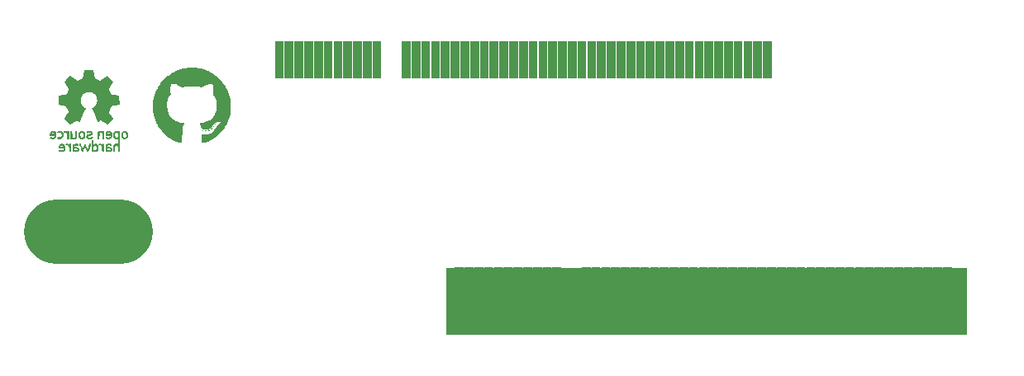
<source format=gbs>
G04 Layer: BottomSolderMaskLayer*
G04 EasyEDA v6.4.25, 2021-10-11T08:22:16+08:00*
G04 810a2c9a40b449618898816b7f75cef1,119f753a6ce64b8d841f2ad33262ab0c,10*
G04 Gerber Generator version 0.2*
G04 Scale: 100 percent, Rotated: No, Reflected: No *
G04 Dimensions in millimeters *
G04 leading zeros omitted , absolute positions ,4 integer and 5 decimal *
%FSLAX45Y45*%
%MOMM*%

%ADD16C,6.6032*%

%LPD*%
G36*
X8691778Y-12747193D02*
G01*
X8681110Y-12747345D01*
X8673338Y-12747701D01*
X8667953Y-12748310D01*
X8664397Y-12749276D01*
X8662314Y-12750749D01*
X8661146Y-12752730D01*
X8659926Y-12757708D01*
X8645753Y-12832435D01*
X8587943Y-12856565D01*
X8516772Y-12807797D01*
X8493506Y-12829540D01*
X8476386Y-12846456D01*
X8469172Y-12853974D01*
X8454237Y-12870535D01*
X8501888Y-12940334D01*
X8485784Y-12976910D01*
X8478012Y-12992811D01*
X8475878Y-12996265D01*
X8474456Y-12997129D01*
X8467445Y-12999567D01*
X8456066Y-13002514D01*
X8441639Y-13005663D01*
X8394801Y-13014452D01*
X8392769Y-13102590D01*
X8433460Y-13110108D01*
X8457692Y-13115188D01*
X8467547Y-13117880D01*
X8469376Y-13118998D01*
X8471408Y-13121030D01*
X8473643Y-13123926D01*
X8476030Y-13127583D01*
X8481161Y-13137235D01*
X8486648Y-13149681D01*
X8494979Y-13170763D01*
X8497519Y-13177672D01*
X8498484Y-13180872D01*
X8496706Y-13184327D01*
X8491880Y-13192201D01*
X8476030Y-13216331D01*
X8453577Y-13249503D01*
X8516010Y-13311987D01*
X8553704Y-13285063D01*
X8565388Y-13277088D01*
X8574786Y-13271042D01*
X8580780Y-13267639D01*
X8582101Y-13267182D01*
X8584387Y-13267740D01*
X8588044Y-13269315D01*
X8592566Y-13271601D01*
X8606536Y-13279628D01*
X8612073Y-13281050D01*
X8615883Y-13278459D01*
X8619845Y-13271652D01*
X8626246Y-13257377D01*
X8636812Y-13232130D01*
X8660739Y-13172897D01*
X8671560Y-13144449D01*
X8672169Y-13142010D01*
X8654237Y-13127990D01*
X8649004Y-13123519D01*
X8644178Y-13118846D01*
X8639860Y-13113969D01*
X8635949Y-13108889D01*
X8632545Y-13103555D01*
X8629599Y-13098068D01*
X8627059Y-13092328D01*
X8625027Y-13086435D01*
X8623401Y-13080288D01*
X8622284Y-13073938D01*
X8621572Y-13067385D01*
X8621369Y-13060578D01*
X8621572Y-13054330D01*
X8622080Y-13048234D01*
X8622944Y-13042341D01*
X8624163Y-13036600D01*
X8625687Y-13031114D01*
X8627567Y-13025780D01*
X8629700Y-13020649D01*
X8632190Y-13015772D01*
X8634933Y-13011150D01*
X8637981Y-13006730D01*
X8641283Y-13002564D01*
X8644890Y-12998653D01*
X8648700Y-12994995D01*
X8652814Y-12991592D01*
X8657132Y-12988544D01*
X8661704Y-12985699D01*
X8666530Y-12983210D01*
X8671509Y-12981025D01*
X8676741Y-12979146D01*
X8682177Y-12977571D01*
X8687816Y-12976352D01*
X8693607Y-12975437D01*
X8699601Y-12974929D01*
X8705748Y-12974726D01*
X8711895Y-12974929D01*
X8717838Y-12975437D01*
X8723680Y-12976352D01*
X8729268Y-12977571D01*
X8734704Y-12979146D01*
X8739936Y-12981025D01*
X8744966Y-12983210D01*
X8749741Y-12985699D01*
X8754313Y-12988544D01*
X8758682Y-12991592D01*
X8762746Y-12994995D01*
X8766606Y-12998653D01*
X8770162Y-13002564D01*
X8773515Y-13006730D01*
X8776563Y-13011150D01*
X8779306Y-13015772D01*
X8781745Y-13020649D01*
X8783929Y-13025780D01*
X8785758Y-13031114D01*
X8787282Y-13036600D01*
X8788501Y-13042341D01*
X8789365Y-13048234D01*
X8789924Y-13054330D01*
X8790076Y-13060578D01*
X8789924Y-13066674D01*
X8789365Y-13072567D01*
X8788450Y-13078256D01*
X8787180Y-13083794D01*
X8785504Y-13089178D01*
X8783421Y-13094462D01*
X8780932Y-13099592D01*
X8778036Y-13104621D01*
X8774684Y-13109498D01*
X8770924Y-13114375D01*
X8766708Y-13119150D01*
X8762085Y-13123875D01*
X8756954Y-13128548D01*
X8751366Y-13133222D01*
X8745321Y-13137845D01*
X8738768Y-13142518D01*
X8738768Y-13144296D01*
X8739936Y-13148310D01*
X8742070Y-13154050D01*
X8758326Y-13192404D01*
X8785910Y-13259562D01*
X8790889Y-13270026D01*
X8793073Y-13273684D01*
X8795054Y-13276427D01*
X8797036Y-13278307D01*
X8798966Y-13279424D01*
X8800998Y-13279831D01*
X8803132Y-13279678D01*
X8805468Y-13278916D01*
X8811006Y-13276173D01*
X8829446Y-13265810D01*
X8895689Y-13311682D01*
X8957716Y-13249706D01*
X8930894Y-13210133D01*
X8922867Y-13197941D01*
X8916822Y-13188340D01*
X8913469Y-13182447D01*
X8913012Y-13181228D01*
X8913926Y-13177926D01*
X8920226Y-13161111D01*
X8927592Y-13143128D01*
X8932926Y-13132054D01*
X8937802Y-13123926D01*
X8940038Y-13121030D01*
X8942070Y-13118998D01*
X8943898Y-13117880D01*
X8949385Y-13116255D01*
X8971280Y-13111429D01*
X9018676Y-13102590D01*
X9016644Y-13014452D01*
X8969806Y-13005663D01*
X8955379Y-13002514D01*
X8943949Y-12999567D01*
X8936837Y-12997129D01*
X8935364Y-12996265D01*
X8933180Y-12992811D01*
X8929624Y-12986004D01*
X8920581Y-12966395D01*
X8909202Y-12940080D01*
X8957259Y-12869672D01*
X8895130Y-12807543D01*
X8823502Y-12856565D01*
X8765743Y-12832384D01*
X8751366Y-12757708D01*
X8750198Y-12752730D01*
X8749080Y-12750749D01*
X8746998Y-12749276D01*
X8743543Y-12748310D01*
X8738158Y-12747701D01*
X8730386Y-12747345D01*
G37*
G36*
X8911285Y-13372033D02*
G01*
X8906408Y-13372185D01*
X8901734Y-13372998D01*
X8897213Y-13374471D01*
X8892946Y-13376656D01*
X8889034Y-13379450D01*
X8885529Y-13382802D01*
X8882532Y-13386765D01*
X8880043Y-13391235D01*
X8878214Y-13396264D01*
X8877413Y-13400024D01*
X8895486Y-13400024D01*
X8899194Y-13395198D01*
X8905290Y-13391642D01*
X8912453Y-13391083D01*
X8919159Y-13393267D01*
X8923934Y-13398093D01*
X8925661Y-13402106D01*
X8924747Y-13404291D01*
X8920276Y-13405154D01*
X8911336Y-13405357D01*
X8901226Y-13404850D01*
X8896045Y-13403173D01*
X8895486Y-13400024D01*
X8877413Y-13400024D01*
X8877046Y-13401751D01*
X8876639Y-13407694D01*
X8876639Y-13423544D01*
X8910878Y-13423646D01*
X8917635Y-13424103D01*
X8922512Y-13424865D01*
X8925560Y-13426033D01*
X8926880Y-13427710D01*
X8926576Y-13429945D01*
X8924747Y-13432790D01*
X8921546Y-13436346D01*
X8916720Y-13439546D01*
X8910777Y-13440663D01*
X8903512Y-13439698D01*
X8894724Y-13436650D01*
X8891981Y-13436142D01*
X8888679Y-13436549D01*
X8885224Y-13437717D01*
X8881973Y-13439597D01*
X8877960Y-13442746D01*
X8876639Y-13444982D01*
X8878011Y-13447217D01*
X8882075Y-13450569D01*
X8886037Y-13453313D01*
X8890101Y-13455599D01*
X8894368Y-13457275D01*
X8898737Y-13458494D01*
X8903360Y-13459206D01*
X8908186Y-13459409D01*
X8913266Y-13459104D01*
X8918651Y-13458291D01*
X8924848Y-13456462D01*
X8930284Y-13453516D01*
X8934907Y-13449401D01*
X8938717Y-13444219D01*
X8941765Y-13438022D01*
X8943949Y-13430757D01*
X8945270Y-13422477D01*
X8945727Y-13413282D01*
X8945321Y-13402868D01*
X8943848Y-13395451D01*
X8940596Y-13389457D01*
X8935110Y-13383260D01*
X8930640Y-13379348D01*
X8925966Y-13376300D01*
X8921089Y-13374116D01*
X8916212Y-13372693D01*
G37*
G36*
X8632342Y-13372287D02*
G01*
X8625890Y-13372998D01*
X8619744Y-13374928D01*
X8614105Y-13377976D01*
X8609177Y-13382244D01*
X8604554Y-13388136D01*
X8601862Y-13394537D01*
X8600592Y-13403427D01*
X8600391Y-13412012D01*
X8617966Y-13412012D01*
X8618169Y-13406983D01*
X8618982Y-13402360D01*
X8620556Y-13398347D01*
X8622842Y-13395198D01*
X8627465Y-13391845D01*
X8632240Y-13390524D01*
X8637016Y-13391134D01*
X8641435Y-13393419D01*
X8645347Y-13397230D01*
X8648446Y-13402360D01*
X8650478Y-13408660D01*
X8651189Y-13415975D01*
X8649766Y-13425678D01*
X8645906Y-13433856D01*
X8640368Y-13439597D01*
X8633866Y-13441730D01*
X8630666Y-13441019D01*
X8627719Y-13439038D01*
X8625078Y-13435939D01*
X8622741Y-13432028D01*
X8620810Y-13427456D01*
X8619337Y-13422477D01*
X8618372Y-13417245D01*
X8617966Y-13412012D01*
X8600391Y-13412012D01*
X8600338Y-13424204D01*
X8600541Y-13430250D01*
X8601049Y-13435025D01*
X8601964Y-13438835D01*
X8603335Y-13441934D01*
X8605316Y-13444728D01*
X8607958Y-13447471D01*
X8611463Y-13450519D01*
X8617051Y-13454532D01*
X8622842Y-13457428D01*
X8628735Y-13459206D01*
X8634679Y-13459815D01*
X8640622Y-13459358D01*
X8646414Y-13457732D01*
X8652002Y-13454989D01*
X8657336Y-13451128D01*
X8660485Y-13448284D01*
X8662924Y-13445642D01*
X8664702Y-13442899D01*
X8665972Y-13439698D01*
X8666784Y-13435736D01*
X8667292Y-13430757D01*
X8667546Y-13416280D01*
X8667292Y-13401801D01*
X8666784Y-13396823D01*
X8665972Y-13392861D01*
X8664702Y-13389660D01*
X8662924Y-13386866D01*
X8660485Y-13384225D01*
X8657336Y-13381431D01*
X8651595Y-13377316D01*
X8645398Y-13374471D01*
X8638895Y-13372795D01*
G37*
G36*
X9073540Y-13372388D02*
G01*
X9066987Y-13372896D01*
X9060586Y-13374522D01*
X9054490Y-13377265D01*
X9049004Y-13381126D01*
X9045549Y-13384682D01*
X9042704Y-13388898D01*
X9040418Y-13393674D01*
X9038691Y-13398906D01*
X9037472Y-13404443D01*
X9036812Y-13410184D01*
X9036684Y-13416432D01*
X9054846Y-13416432D01*
X9055252Y-13410387D01*
X9056471Y-13404697D01*
X9058300Y-13399871D01*
X9060535Y-13396518D01*
X9065717Y-13392404D01*
X9070644Y-13390422D01*
X9075216Y-13390422D01*
X9079280Y-13392302D01*
X9082684Y-13396010D01*
X9085275Y-13401446D01*
X9086951Y-13408406D01*
X9087561Y-13416889D01*
X9087205Y-13425576D01*
X9086037Y-13431519D01*
X9083751Y-13435482D01*
X9080042Y-13438225D01*
X9075369Y-13439952D01*
X9070797Y-13440105D01*
X9066530Y-13438936D01*
X9062720Y-13436447D01*
X9059468Y-13432840D01*
X9056979Y-13428218D01*
X9055404Y-13422731D01*
X9054846Y-13416432D01*
X9036684Y-13416432D01*
X9037066Y-13421969D01*
X9037929Y-13427760D01*
X9039301Y-13433348D01*
X9041130Y-13438581D01*
X9043416Y-13443457D01*
X9046159Y-13447725D01*
X9049359Y-13451433D01*
X9053017Y-13454329D01*
X9057030Y-13456412D01*
X9062466Y-13458240D01*
X9067596Y-13459307D01*
X9072372Y-13459663D01*
X9076994Y-13459358D01*
X9081465Y-13458240D01*
X9085783Y-13456412D01*
X9090152Y-13453821D01*
X9094571Y-13450519D01*
X9098026Y-13447420D01*
X9100718Y-13444677D01*
X9102699Y-13441883D01*
X9104071Y-13438733D01*
X9104985Y-13434872D01*
X9105442Y-13429996D01*
X9105747Y-13415772D01*
X9105442Y-13402259D01*
X9104172Y-13393318D01*
X9101480Y-13387069D01*
X9096806Y-13381583D01*
X9091879Y-13377621D01*
X9086189Y-13374725D01*
X9079992Y-13372998D01*
G37*
G36*
X8989720Y-13372490D02*
G01*
X8983929Y-13372642D01*
X8978138Y-13373557D01*
X8972600Y-13375233D01*
X8967825Y-13377570D01*
X8964066Y-13380618D01*
X8960358Y-13385698D01*
X8958072Y-13392200D01*
X8956954Y-13401548D01*
X8956659Y-13416889D01*
X8974836Y-13416889D01*
X8975191Y-13409777D01*
X8976106Y-13403376D01*
X8977477Y-13398246D01*
X8979204Y-13395198D01*
X8981338Y-13393470D01*
X8983980Y-13392099D01*
X8986774Y-13391184D01*
X8989364Y-13390829D01*
X8995867Y-13392353D01*
X9000388Y-13397128D01*
X9003030Y-13405205D01*
X9003893Y-13416889D01*
X9003588Y-13425474D01*
X9002420Y-13431418D01*
X9000185Y-13435380D01*
X8996629Y-13438073D01*
X8991904Y-13440054D01*
X8987637Y-13440562D01*
X8983929Y-13439749D01*
X8980779Y-13437616D01*
X8978239Y-13434263D01*
X8976360Y-13429640D01*
X8975242Y-13423798D01*
X8974836Y-13416889D01*
X8956659Y-13416889D01*
X8956954Y-13429843D01*
X8957411Y-13435025D01*
X8958173Y-13439190D01*
X8959342Y-13442594D01*
X8961018Y-13445591D01*
X8963152Y-13448436D01*
X8965946Y-13451382D01*
X8969451Y-13454481D01*
X8973108Y-13456767D01*
X8976868Y-13458291D01*
X8980932Y-13459053D01*
X8985351Y-13459053D01*
X8990126Y-13458342D01*
X8995359Y-13456818D01*
X9001201Y-13454583D01*
X9004604Y-13453973D01*
X9006535Y-13457072D01*
X9007348Y-13465708D01*
X9007551Y-13481710D01*
X9007348Y-13497712D01*
X9006535Y-13506348D01*
X9004604Y-13509498D01*
X9001201Y-13508888D01*
X8995359Y-13506653D01*
X8990126Y-13505129D01*
X8985351Y-13504367D01*
X8980932Y-13504367D01*
X8976868Y-13505129D01*
X8973108Y-13506704D01*
X8969451Y-13508990D01*
X8965946Y-13512088D01*
X8963050Y-13515136D01*
X8960815Y-13518083D01*
X8959189Y-13521283D01*
X8958021Y-13525195D01*
X8957310Y-13530224D01*
X8956852Y-13536777D01*
X8956649Y-13556081D01*
X8956802Y-13576147D01*
X8957106Y-13582294D01*
X8957767Y-13586460D01*
X8958884Y-13588949D01*
X8960510Y-13590269D01*
X8962745Y-13590727D01*
X8968689Y-13590727D01*
X8970924Y-13590269D01*
X8972550Y-13589101D01*
X8973667Y-13586815D01*
X8974328Y-13583157D01*
X8974683Y-13577671D01*
X8975090Y-13543838D01*
X8975445Y-13538250D01*
X8976055Y-13533983D01*
X8976969Y-13530834D01*
X8978188Y-13528497D01*
X8979763Y-13526820D01*
X8981846Y-13525500D01*
X8985859Y-13523722D01*
X8989568Y-13522960D01*
X8992920Y-13523163D01*
X8995968Y-13524280D01*
X8998661Y-13526414D01*
X9000998Y-13529462D01*
X9002979Y-13533475D01*
X9004604Y-13538403D01*
X9005874Y-13544245D01*
X9006789Y-13551052D01*
X9007348Y-13558774D01*
X9007754Y-13580567D01*
X9008821Y-13587577D01*
X9011513Y-13590320D01*
X9016644Y-13590828D01*
X9025737Y-13590828D01*
X9025737Y-13372642D01*
X9016644Y-13372642D01*
X9013088Y-13372998D01*
X9010243Y-13373912D01*
X9008262Y-13375284D01*
X9007551Y-13377011D01*
X9007348Y-13378891D01*
X9006636Y-13379551D01*
X9005316Y-13378891D01*
X9003182Y-13377011D01*
X8999728Y-13374674D01*
X8995105Y-13373150D01*
G37*
G36*
X8409330Y-13372541D02*
G01*
X8402574Y-13372896D01*
X8396122Y-13374217D01*
X8390229Y-13376503D01*
X8385251Y-13379653D01*
X8380730Y-13383666D01*
X8378901Y-13386511D01*
X8379510Y-13389203D01*
X8382406Y-13392607D01*
X8385708Y-13395401D01*
X8388908Y-13396569D01*
X8392718Y-13396061D01*
X8403082Y-13392251D01*
X8408060Y-13391591D01*
X8412632Y-13392048D01*
X8416747Y-13393623D01*
X8420252Y-13396213D01*
X8423148Y-13399769D01*
X8425281Y-13404240D01*
X8426602Y-13409625D01*
X8427110Y-13417804D01*
X8426196Y-13424865D01*
X8423960Y-13430757D01*
X8420608Y-13435279D01*
X8416188Y-13438327D01*
X8410905Y-13439800D01*
X8404860Y-13439495D01*
X8393836Y-13435685D01*
X8390280Y-13435279D01*
X8387080Y-13436041D01*
X8384031Y-13438022D01*
X8379663Y-13442645D01*
X8379206Y-13446658D01*
X8382965Y-13450620D01*
X8391144Y-13455142D01*
X8395716Y-13457072D01*
X8400237Y-13458342D01*
X8404656Y-13459053D01*
X8408924Y-13459256D01*
X8413089Y-13458951D01*
X8417052Y-13458139D01*
X8420862Y-13456869D01*
X8424519Y-13455192D01*
X8427974Y-13453110D01*
X8431174Y-13450671D01*
X8434171Y-13447928D01*
X8436914Y-13444880D01*
X8439353Y-13441578D01*
X8441537Y-13438022D01*
X8443417Y-13434263D01*
X8444941Y-13430300D01*
X8446160Y-13426236D01*
X8447024Y-13422020D01*
X8447532Y-13417702D01*
X8447633Y-13413384D01*
X8447328Y-13409015D01*
X8446617Y-13404646D01*
X8445449Y-13400328D01*
X8443874Y-13396061D01*
X8441791Y-13391896D01*
X8439200Y-13387832D01*
X8436152Y-13383971D01*
X8432546Y-13380262D01*
X8427923Y-13376960D01*
X8422284Y-13374573D01*
X8415985Y-13373100D01*
G37*
G36*
X8525357Y-13372642D02*
G01*
X8522462Y-13372744D01*
X8520328Y-13373303D01*
X8518753Y-13374928D01*
X8517737Y-13378078D01*
X8517128Y-13383310D01*
X8516772Y-13391083D01*
X8516620Y-13459917D01*
X8525713Y-13459917D01*
X8529269Y-13459612D01*
X8532164Y-13458799D01*
X8534095Y-13457631D01*
X8535263Y-13454684D01*
X8536533Y-13454176D01*
X8538718Y-13454684D01*
X8546338Y-13458139D01*
X8550960Y-13459307D01*
X8555583Y-13459764D01*
X8560206Y-13459460D01*
X8564727Y-13458393D01*
X8569045Y-13456666D01*
X8573109Y-13454176D01*
X8576818Y-13450976D01*
X8579561Y-13448080D01*
X8581694Y-13445185D01*
X8583269Y-13441984D01*
X8584336Y-13438073D01*
X8585098Y-13433044D01*
X8585504Y-13426490D01*
X8585758Y-13407339D01*
X8585606Y-13387324D01*
X8585250Y-13381177D01*
X8584590Y-13377011D01*
X8583523Y-13374471D01*
X8581898Y-13373201D01*
X8579612Y-13372693D01*
X8576665Y-13372642D01*
X8571433Y-13373150D01*
X8568740Y-13376452D01*
X8567724Y-13384987D01*
X8567267Y-13415263D01*
X8566302Y-13425169D01*
X8564524Y-13431824D01*
X8561832Y-13435990D01*
X8557310Y-13440003D01*
X8553500Y-13441375D01*
X8549335Y-13440257D01*
X8543747Y-13436600D01*
X8540191Y-13432790D01*
X8537854Y-13426744D01*
X8536330Y-13416940D01*
X8534450Y-13385546D01*
X8533028Y-13376757D01*
X8530285Y-13373252D01*
G37*
G36*
X8853017Y-13372642D02*
G01*
X8849461Y-13372998D01*
X8846566Y-13373912D01*
X8844635Y-13375284D01*
X8843924Y-13377011D01*
X8843721Y-13378891D01*
X8843010Y-13379551D01*
X8841689Y-13378891D01*
X8839555Y-13377011D01*
X8836507Y-13374878D01*
X8832443Y-13373506D01*
X8827719Y-13372846D01*
X8822588Y-13372896D01*
X8817305Y-13373607D01*
X8812174Y-13374979D01*
X8807450Y-13376960D01*
X8803386Y-13379602D01*
X8800795Y-13381888D01*
X8798712Y-13384377D01*
X8797137Y-13387374D01*
X8795969Y-13391286D01*
X8795105Y-13396468D01*
X8793988Y-13412216D01*
X8792311Y-13460476D01*
X8806078Y-13458799D01*
X8808669Y-13458088D01*
X8810548Y-13456716D01*
X8811920Y-13454380D01*
X8812885Y-13450620D01*
X8813596Y-13445134D01*
X8815984Y-13412571D01*
X8817610Y-13402513D01*
X8819845Y-13396417D01*
X8822994Y-13393013D01*
X8826296Y-13391388D01*
X8829344Y-13390880D01*
X8832443Y-13391388D01*
X8835745Y-13393013D01*
X8837472Y-13394436D01*
X8838946Y-13396366D01*
X8840114Y-13399007D01*
X8841028Y-13402513D01*
X8841790Y-13407034D01*
X8842806Y-13419836D01*
X8843924Y-13446353D01*
X8844483Y-13451890D01*
X8845245Y-13455700D01*
X8846413Y-13458037D01*
X8848039Y-13459307D01*
X8850274Y-13459815D01*
X8862110Y-13459917D01*
X8862110Y-13372642D01*
G37*
G36*
X8708491Y-13372693D02*
G01*
X8702040Y-13373150D01*
X8695690Y-13374319D01*
X8689594Y-13376198D01*
X8683447Y-13379094D01*
X8680805Y-13382345D01*
X8681516Y-13386612D01*
X8685326Y-13392708D01*
X8688120Y-13396061D01*
X8690508Y-13397433D01*
X8692946Y-13397077D01*
X8695994Y-13394994D01*
X8703360Y-13392048D01*
X8713063Y-13391591D01*
X8721953Y-13393318D01*
X8726627Y-13397026D01*
X8726424Y-13398957D01*
X8724696Y-13400786D01*
X8721750Y-13402411D01*
X8717788Y-13403580D01*
X8701481Y-13407339D01*
X8695639Y-13409015D01*
X8691118Y-13410793D01*
X8687562Y-13412673D01*
X8684818Y-13414806D01*
X8682583Y-13417296D01*
X8680704Y-13420293D01*
X8678722Y-13424458D01*
X8677554Y-13428573D01*
X8677148Y-13432536D01*
X8677452Y-13436396D01*
X8678418Y-13440003D01*
X8679992Y-13443407D01*
X8682075Y-13446607D01*
X8684717Y-13449503D01*
X8687816Y-13452094D01*
X8691270Y-13454329D01*
X8695131Y-13456259D01*
X8699296Y-13457783D01*
X8703665Y-13458901D01*
X8708288Y-13459561D01*
X8713063Y-13459764D01*
X8717940Y-13459460D01*
X8722868Y-13458596D01*
X8727846Y-13457224D01*
X8732723Y-13455243D01*
X8737549Y-13452652D01*
X8745220Y-13447420D01*
X8748674Y-13443102D01*
X8748217Y-13439038D01*
X8744051Y-13434568D01*
X8741105Y-13432688D01*
X8738158Y-13432231D01*
X8734806Y-13433348D01*
X8730538Y-13435939D01*
X8722410Y-13439901D01*
X8713520Y-13441527D01*
X8705342Y-13440714D01*
X8699296Y-13437463D01*
X8696960Y-13432434D01*
X8699500Y-13427963D01*
X8706104Y-13424763D01*
X8715959Y-13423544D01*
X8722309Y-13422985D01*
X8728049Y-13421410D01*
X8733078Y-13418921D01*
X8737346Y-13415721D01*
X8740800Y-13411911D01*
X8743340Y-13407593D01*
X8744966Y-13403021D01*
X8745524Y-13398246D01*
X8744966Y-13393419D01*
X8743289Y-13388695D01*
X8740343Y-13384276D01*
X8736177Y-13380161D01*
X8731808Y-13377418D01*
X8726678Y-13375284D01*
X8720988Y-13373760D01*
X8714841Y-13372896D01*
G37*
G36*
X8337397Y-13372744D02*
G01*
X8330285Y-13373303D01*
X8323986Y-13374979D01*
X8318601Y-13377773D01*
X8314080Y-13381634D01*
X8310473Y-13386562D01*
X8307882Y-13392454D01*
X8306207Y-13400024D01*
X8324545Y-13400024D01*
X8328304Y-13395198D01*
X8334400Y-13391642D01*
X8341563Y-13391083D01*
X8348268Y-13393267D01*
X8352993Y-13398093D01*
X8354720Y-13402106D01*
X8353806Y-13404291D01*
X8349386Y-13405154D01*
X8340394Y-13405357D01*
X8330336Y-13404850D01*
X8325103Y-13403173D01*
X8324545Y-13400024D01*
X8306207Y-13400024D01*
X8305749Y-13407034D01*
X8305749Y-13423544D01*
X8357514Y-13423544D01*
X8352129Y-13431723D01*
X8346694Y-13437768D01*
X8340394Y-13440816D01*
X8333333Y-13440867D01*
X8325358Y-13437920D01*
X8320938Y-13435838D01*
X8317484Y-13435177D01*
X8314436Y-13435888D01*
X8311337Y-13437971D01*
X8307019Y-13442492D01*
X8306308Y-13446353D01*
X8309406Y-13450112D01*
X8316468Y-13454380D01*
X8321192Y-13456513D01*
X8325866Y-13458139D01*
X8330488Y-13459155D01*
X8334959Y-13459663D01*
X8339277Y-13459663D01*
X8343442Y-13459155D01*
X8347456Y-13458190D01*
X8351266Y-13456818D01*
X8354872Y-13454989D01*
X8358225Y-13452754D01*
X8361324Y-13450163D01*
X8364169Y-13447217D01*
X8366709Y-13443915D01*
X8368944Y-13440359D01*
X8370874Y-13436498D01*
X8372398Y-13432383D01*
X8373567Y-13428014D01*
X8374380Y-13423442D01*
X8374735Y-13418718D01*
X8374684Y-13413790D01*
X8374176Y-13408710D01*
X8373160Y-13403529D01*
X8371687Y-13398246D01*
X8369706Y-13392912D01*
X8367217Y-13387832D01*
X8364118Y-13383107D01*
X8360918Y-13379246D01*
X8357870Y-13376757D01*
X8354212Y-13375233D01*
X8349081Y-13373963D01*
X8343290Y-13373100D01*
G37*
G36*
X8474964Y-13373049D02*
G01*
X8464245Y-13373303D01*
X8455101Y-13374014D01*
X8448548Y-13375182D01*
X8445500Y-13376656D01*
X8445398Y-13381888D01*
X8449564Y-13387222D01*
X8456168Y-13391083D01*
X8463330Y-13391845D01*
X8467648Y-13391438D01*
X8471255Y-13392200D01*
X8474151Y-13394232D01*
X8476488Y-13397738D01*
X8478266Y-13402818D01*
X8479536Y-13409676D01*
X8480450Y-13418413D01*
X8481822Y-13445744D01*
X8482380Y-13450925D01*
X8483244Y-13454481D01*
X8484514Y-13456767D01*
X8486343Y-13458088D01*
X8488832Y-13458799D01*
X8502091Y-13460374D01*
X8502091Y-13373201D01*
G37*
G36*
X8734806Y-13470839D02*
G01*
X8734806Y-13546429D01*
X8753195Y-13546429D01*
X8753602Y-13540638D01*
X8754719Y-13535304D01*
X8756396Y-13530783D01*
X8758732Y-13527430D01*
X8761120Y-13525246D01*
X8763457Y-13523468D01*
X8765489Y-13522350D01*
X8766911Y-13521994D01*
X8771483Y-13523163D01*
X8775496Y-13525500D01*
X8778798Y-13528801D01*
X8781440Y-13533069D01*
X8783269Y-13538047D01*
X8784285Y-13543788D01*
X8784386Y-13550036D01*
X8783574Y-13556742D01*
X8781999Y-13562025D01*
X8779510Y-13566292D01*
X8776309Y-13569543D01*
X8772652Y-13571677D01*
X8768791Y-13572591D01*
X8764879Y-13572134D01*
X8761171Y-13570356D01*
X8757920Y-13567003D01*
X8755735Y-13562990D01*
X8754211Y-13557961D01*
X8753398Y-13552322D01*
X8753195Y-13546429D01*
X8734806Y-13546429D01*
X8734806Y-13590828D01*
X8743899Y-13590828D01*
X8747455Y-13590574D01*
X8750350Y-13589863D01*
X8752281Y-13588796D01*
X8752992Y-13587476D01*
X8753856Y-13586510D01*
X8756142Y-13586358D01*
X8759596Y-13586917D01*
X8769045Y-13589711D01*
X8774328Y-13590269D01*
X8779510Y-13589914D01*
X8784437Y-13588746D01*
X8789009Y-13586713D01*
X8793073Y-13583919D01*
X8796528Y-13580414D01*
X8799220Y-13576198D01*
X8801303Y-13570661D01*
X8802674Y-13563701D01*
X8803487Y-13555726D01*
X8803690Y-13547293D01*
X8803284Y-13538809D01*
X8802268Y-13530834D01*
X8800642Y-13523722D01*
X8798458Y-13518083D01*
X8795512Y-13513816D01*
X8791651Y-13510260D01*
X8787028Y-13507466D01*
X8781846Y-13505434D01*
X8776411Y-13504367D01*
X8770924Y-13504163D01*
X8765590Y-13505027D01*
X8756345Y-13508837D01*
X8754059Y-13507669D01*
X8753144Y-13502182D01*
X8752789Y-13479780D01*
X8751671Y-13473734D01*
X8748979Y-13471296D01*
X8743899Y-13470839D01*
G37*
G36*
X8851392Y-13503554D02*
G01*
X8848496Y-13503808D01*
X8845804Y-13504519D01*
X8843670Y-13505586D01*
X8842298Y-13506856D01*
X8840673Y-13507923D01*
X8837828Y-13508126D01*
X8834069Y-13507516D01*
X8824061Y-13504468D01*
X8819134Y-13504011D01*
X8814358Y-13504722D01*
X8809177Y-13506602D01*
X8803741Y-13509294D01*
X8801557Y-13511479D01*
X8802420Y-13514171D01*
X8806027Y-13518438D01*
X8809329Y-13521385D01*
X8812834Y-13523315D01*
X8816390Y-13524230D01*
X8823096Y-13523518D01*
X8826804Y-13523722D01*
X8830462Y-13524433D01*
X8833612Y-13525652D01*
X8837015Y-13528649D01*
X8839047Y-13534186D01*
X8840012Y-13544042D01*
X8840419Y-13577671D01*
X8840774Y-13583157D01*
X8841435Y-13586815D01*
X8842552Y-13589101D01*
X8844178Y-13590269D01*
X8846413Y-13590727D01*
X8858453Y-13590828D01*
X8858453Y-13533577D01*
X8858300Y-13523163D01*
X8857945Y-13515441D01*
X8857386Y-13510056D01*
X8856522Y-13506602D01*
X8855303Y-13504621D01*
X8853576Y-13503757D01*
G37*
G36*
X8510371Y-13503605D02*
G01*
X8504580Y-13504722D01*
X8502091Y-13507110D01*
X8501481Y-13508329D01*
X8499703Y-13508634D01*
X8496960Y-13508075D01*
X8493252Y-13506653D01*
X8484514Y-13504519D01*
X8475573Y-13505027D01*
X8468563Y-13507770D01*
X8465718Y-13512241D01*
X8467394Y-13517524D01*
X8471509Y-13521791D01*
X8476894Y-13524230D01*
X8482330Y-13523976D01*
X8485124Y-13523417D01*
X8488426Y-13523518D01*
X8491931Y-13524230D01*
X8495080Y-13525500D01*
X8497112Y-13526820D01*
X8498738Y-13528497D01*
X8499957Y-13530834D01*
X8500872Y-13533983D01*
X8501481Y-13538250D01*
X8502040Y-13551052D01*
X8502091Y-13590828D01*
X8523935Y-13590828D01*
X8523884Y-13541298D01*
X8523478Y-13526211D01*
X8522868Y-13514374D01*
X8521954Y-13507313D01*
X8521496Y-13505992D01*
X8516874Y-13504011D01*
G37*
G36*
X8616950Y-13503656D02*
G01*
X8610447Y-13503706D01*
X8607552Y-13505840D01*
X8611463Y-13519556D01*
X8620810Y-13549477D01*
X8628075Y-13571372D01*
X8630869Y-13578636D01*
X8633206Y-13583869D01*
X8635390Y-13587374D01*
X8637524Y-13589507D01*
X8639759Y-13590524D01*
X8642299Y-13590828D01*
X8646769Y-13589914D01*
X8650376Y-13586256D01*
X8653932Y-13578484D01*
X8661298Y-13555472D01*
X8666175Y-13541908D01*
X8667292Y-13539927D01*
X8668461Y-13541908D01*
X8673287Y-13555472D01*
X8680704Y-13578484D01*
X8684209Y-13586206D01*
X8687816Y-13589914D01*
X8692337Y-13590828D01*
X8694826Y-13590524D01*
X8697061Y-13589507D01*
X8699246Y-13587374D01*
X8701430Y-13583869D01*
X8703818Y-13578636D01*
X8706612Y-13571423D01*
X8714028Y-13549731D01*
X8723579Y-13519912D01*
X8726474Y-13510209D01*
X8727541Y-13505891D01*
X8726779Y-13504875D01*
X8724595Y-13504214D01*
X8721445Y-13504011D01*
X8717534Y-13504214D01*
X8711946Y-13505586D01*
X8708034Y-13509345D01*
X8704681Y-13517473D01*
X8697823Y-13541908D01*
X8695182Y-13549884D01*
X8693099Y-13554913D01*
X8691778Y-13556234D01*
X8690406Y-13553541D01*
X8688120Y-13547648D01*
X8678164Y-13518083D01*
X8674709Y-13510564D01*
X8671356Y-13506551D01*
X8667699Y-13505383D01*
X8663990Y-13506653D01*
X8660384Y-13511123D01*
X8656472Y-13519505D01*
X8651748Y-13532612D01*
X8642604Y-13559891D01*
X8627465Y-13508075D01*
X8623706Y-13505230D01*
G37*
G36*
X8429244Y-13503859D02*
G01*
X8423757Y-13504621D01*
X8418423Y-13506246D01*
X8413343Y-13508786D01*
X8408670Y-13512139D01*
X8404402Y-13516254D01*
X8400745Y-13521029D01*
X8397748Y-13526465D01*
X8395512Y-13532459D01*
X8394970Y-13535050D01*
X8414867Y-13535050D01*
X8417153Y-13529716D01*
X8422589Y-13524331D01*
X8429244Y-13522553D01*
X8436000Y-13524331D01*
X8441842Y-13529716D01*
X8444992Y-13534542D01*
X8445093Y-13537184D01*
X8441283Y-13538454D01*
X8432749Y-13539216D01*
X8422182Y-13539520D01*
X8416391Y-13538200D01*
X8414867Y-13535050D01*
X8394970Y-13535050D01*
X8394141Y-13539012D01*
X8392058Y-13554456D01*
X8427008Y-13554608D01*
X8434374Y-13555065D01*
X8439861Y-13555929D01*
X8443569Y-13557199D01*
X8445550Y-13558875D01*
X8445855Y-13561009D01*
X8444636Y-13563701D01*
X8441893Y-13566901D01*
X8436356Y-13570661D01*
X8429752Y-13572388D01*
X8422589Y-13571931D01*
X8412276Y-13568222D01*
X8409025Y-13568172D01*
X8405622Y-13569238D01*
X8402066Y-13571372D01*
X8398052Y-13574572D01*
X8396884Y-13576960D01*
X8398611Y-13579652D01*
X8403386Y-13583767D01*
X8407958Y-13586663D01*
X8413546Y-13588746D01*
X8419846Y-13590117D01*
X8426551Y-13590727D01*
X8433257Y-13590524D01*
X8439658Y-13589558D01*
X8445449Y-13587780D01*
X8450275Y-13585240D01*
X8453831Y-13581888D01*
X8457031Y-13577163D01*
X8459774Y-13571474D01*
X8461959Y-13564971D01*
X8463584Y-13557961D01*
X8464499Y-13550747D01*
X8464651Y-13543584D01*
X8463940Y-13536777D01*
X8461502Y-13526871D01*
X8457895Y-13519099D01*
X8452713Y-13512952D01*
X8445754Y-13507923D01*
X8440369Y-13505484D01*
X8434832Y-13504163D01*
G37*
G36*
X8576818Y-13504214D02*
G01*
X8568944Y-13504519D01*
X8561324Y-13505891D01*
X8554313Y-13508228D01*
X8548268Y-13511428D01*
X8543645Y-13515441D01*
X8540699Y-13520064D01*
X8540242Y-13521893D01*
X8539480Y-13528852D01*
X8538870Y-13539063D01*
X8538464Y-13558367D01*
X8557107Y-13558367D01*
X8558479Y-13555878D01*
X8561933Y-13554760D01*
X8568232Y-13554506D01*
X8578240Y-13555421D01*
X8585047Y-13557910D01*
X8588400Y-13561822D01*
X8588095Y-13567054D01*
X8586317Y-13569797D01*
X8583269Y-13571474D01*
X8578646Y-13572185D01*
X8572144Y-13571931D01*
X8565286Y-13571016D01*
X8560968Y-13569442D01*
X8558479Y-13566749D01*
X8557310Y-13562634D01*
X8557107Y-13558367D01*
X8538464Y-13558367D01*
X8538464Y-13589965D01*
X8564778Y-13590168D01*
X8578545Y-13590016D01*
X8587740Y-13588949D01*
X8594140Y-13586663D01*
X8599322Y-13582700D01*
X8602726Y-13578840D01*
X8605164Y-13574471D01*
X8606688Y-13569797D01*
X8607298Y-13564971D01*
X8606942Y-13560145D01*
X8605672Y-13555472D01*
X8603437Y-13551103D01*
X8600287Y-13547191D01*
X8595918Y-13543788D01*
X8590534Y-13541552D01*
X8583676Y-13540282D01*
X8565337Y-13539673D01*
X8559850Y-13538657D01*
X8557260Y-13536472D01*
X8556650Y-13532713D01*
X8559342Y-13526769D01*
X8566099Y-13523112D01*
X8574684Y-13522350D01*
X8583015Y-13525093D01*
X8586825Y-13527024D01*
X8590026Y-13527430D01*
X8593175Y-13526211D01*
X8596884Y-13523315D01*
X8600948Y-13518489D01*
X8601506Y-13514324D01*
X8598458Y-13510666D01*
X8591702Y-13507161D01*
X8584539Y-13505078D01*
G37*
G36*
X8917635Y-13504418D02*
G01*
X8911336Y-13504621D01*
X8904732Y-13505383D01*
X8898280Y-13506653D01*
X8892336Y-13508380D01*
X8887358Y-13510412D01*
X8883751Y-13512749D01*
X8881719Y-13514933D01*
X8880043Y-13517372D01*
X8878824Y-13520419D01*
X8877909Y-13524331D01*
X8877300Y-13529462D01*
X8876893Y-13536015D01*
X8876639Y-13557808D01*
X8894826Y-13557808D01*
X8898382Y-13555421D01*
X8906662Y-13554608D01*
X8916212Y-13555370D01*
X8923528Y-13557757D01*
X8927338Y-13562482D01*
X8926017Y-13567359D01*
X8920480Y-13571118D01*
X8911691Y-13572642D01*
X8904173Y-13571778D01*
X8898890Y-13569035D01*
X8895842Y-13564412D01*
X8894826Y-13557808D01*
X8876639Y-13557808D01*
X8876639Y-13590168D01*
X8902852Y-13590422D01*
X8916568Y-13590219D01*
X8925763Y-13589152D01*
X8932164Y-13586815D01*
X8937396Y-13582802D01*
X8941562Y-13578128D01*
X8944406Y-13573302D01*
X8945930Y-13568375D01*
X8946235Y-13563549D01*
X8945372Y-13558875D01*
X8943441Y-13554506D01*
X8940444Y-13550493D01*
X8936431Y-13546937D01*
X8931554Y-13544042D01*
X8925814Y-13541806D01*
X8919311Y-13540384D01*
X8912047Y-13539927D01*
X8903208Y-13539673D01*
X8897975Y-13538758D01*
X8895588Y-13536930D01*
X8895486Y-13533932D01*
X8898432Y-13527430D01*
X8903919Y-13523468D01*
X8911336Y-13522299D01*
X8919972Y-13524128D01*
X8925712Y-13525957D01*
X8929827Y-13526262D01*
X8933180Y-13524941D01*
X8936532Y-13521842D01*
X8939428Y-13517270D01*
X8939072Y-13513307D01*
X8935161Y-13509650D01*
X8927541Y-13505942D01*
X8923172Y-13504824D01*
G37*
G36*
X9766960Y-12723520D02*
G01*
X9753600Y-12723723D01*
X9739934Y-12724384D01*
X9726218Y-12725400D01*
X9712502Y-12726822D01*
X9698888Y-12728600D01*
X9685528Y-12730784D01*
X9672574Y-12733324D01*
X9660128Y-12736169D01*
X9648291Y-12739370D01*
X9636506Y-12743027D01*
X9624872Y-12746990D01*
X9613392Y-12751358D01*
X9602063Y-12756032D01*
X9590938Y-12761061D01*
X9579965Y-12766395D01*
X9569196Y-12772085D01*
X9558629Y-12778079D01*
X9548266Y-12784328D01*
X9538055Y-12790932D01*
X9528098Y-12797790D01*
X9518345Y-12805003D01*
X9508845Y-12812420D01*
X9499549Y-12820142D01*
X9490506Y-12828168D01*
X9481718Y-12836398D01*
X9473133Y-12844932D01*
X9464852Y-12853670D01*
X9456826Y-12862661D01*
X9449054Y-12871907D01*
X9441586Y-12881356D01*
X9434423Y-12891058D01*
X9427514Y-12900964D01*
X9420910Y-12911124D01*
X9414611Y-12921437D01*
X9408617Y-12931952D01*
X9402927Y-12942671D01*
X9397593Y-12953542D01*
X9392564Y-12964668D01*
X9387890Y-12975894D01*
X9383572Y-12987324D01*
X9379610Y-12998907D01*
X9375851Y-13011099D01*
X9372498Y-13023494D01*
X9369602Y-13035991D01*
X9367113Y-13048640D01*
X9365030Y-13061391D01*
X9363354Y-13074243D01*
X9362135Y-13087146D01*
X9361271Y-13100100D01*
X9360865Y-13113105D01*
X9360865Y-13126110D01*
X9361271Y-13139115D01*
X9362033Y-13152119D01*
X9363252Y-13165074D01*
X9364878Y-13177977D01*
X9366961Y-13190829D01*
X9369399Y-13203580D01*
X9372244Y-13216229D01*
X9375495Y-13228726D01*
X9379153Y-13241070D01*
X9383217Y-13253262D01*
X9387636Y-13265302D01*
X9392513Y-13277088D01*
X9397644Y-13288416D01*
X9403130Y-13299592D01*
X9409023Y-13310565D01*
X9415272Y-13321436D01*
X9421926Y-13332104D01*
X9428886Y-13342569D01*
X9436150Y-13352830D01*
X9443770Y-13362889D01*
X9451695Y-13372744D01*
X9459925Y-13382345D01*
X9468459Y-13391642D01*
X9477248Y-13400735D01*
X9486290Y-13409523D01*
X9495586Y-13418007D01*
X9505137Y-13426186D01*
X9514890Y-13434060D01*
X9524898Y-13441629D01*
X9535058Y-13448842D01*
X9545421Y-13455700D01*
X9555988Y-13462152D01*
X9566706Y-13468248D01*
X9577578Y-13473988D01*
X9594545Y-13482218D01*
X9609124Y-13488669D01*
X9621621Y-13493445D01*
X9627057Y-13495172D01*
X9632086Y-13496493D01*
X9636607Y-13497407D01*
X9640671Y-13497915D01*
X9644380Y-13498017D01*
X9647631Y-13497712D01*
X9650476Y-13497051D01*
X9653016Y-13495985D01*
X9655200Y-13494512D01*
X9657029Y-13492632D01*
X9657791Y-13491311D01*
X9658502Y-13489279D01*
X9659162Y-13486434D01*
X9660178Y-13478205D01*
X9660940Y-13466114D01*
X9661448Y-13449503D01*
X9662160Y-13384580D01*
X9662718Y-13368121D01*
X9663531Y-13354354D01*
X9664750Y-13342924D01*
X9666376Y-13333425D01*
X9668510Y-13325601D01*
X9669780Y-13322147D01*
X9672777Y-13316051D01*
X9676434Y-13310616D01*
X9680803Y-13305536D01*
X9684766Y-13300201D01*
X9685020Y-13296544D01*
X9681413Y-13294461D01*
X9669272Y-13293496D01*
X9663582Y-13292683D01*
X9656978Y-13291413D01*
X9641992Y-13287756D01*
X9625838Y-13282930D01*
X9610090Y-13277392D01*
X9602825Y-13274548D01*
X9596272Y-13271652D01*
X9590582Y-13268858D01*
X9584436Y-13265302D01*
X9578238Y-13261340D01*
X9572142Y-13257022D01*
X9566148Y-13252297D01*
X9560407Y-13247369D01*
X9554819Y-13242188D01*
X9549587Y-13236803D01*
X9544659Y-13231317D01*
X9540138Y-13225780D01*
X9536074Y-13220242D01*
X9532518Y-13214705D01*
X9529572Y-13209320D01*
X9523526Y-13196773D01*
X9518751Y-13185546D01*
X9515094Y-13174878D01*
X9512452Y-13164159D01*
X9511436Y-13158571D01*
X9509963Y-13146379D01*
X9509150Y-13132409D01*
X9508845Y-13115950D01*
X9508896Y-13096798D01*
X9509302Y-13079984D01*
X9510318Y-13066064D01*
X9511080Y-13060019D01*
X9512096Y-13054380D01*
X9513366Y-13049046D01*
X9514941Y-13044017D01*
X9516770Y-13039140D01*
X9518954Y-13034314D01*
X9521444Y-13029488D01*
X9524339Y-13024510D01*
X9531400Y-13013791D01*
X9541205Y-12999567D01*
X9544151Y-12993573D01*
X9544761Y-12988696D01*
X9542373Y-12980111D01*
X9541560Y-12975082D01*
X9540951Y-12969036D01*
X9540544Y-12962178D01*
X9540392Y-12954711D01*
X9540748Y-12939014D01*
X9541967Y-12923723D01*
X9542830Y-12916865D01*
X9543948Y-12910769D01*
X9545218Y-12905689D01*
X9549942Y-12890347D01*
X9568484Y-12890398D01*
X9573666Y-12890601D01*
X9578695Y-12891058D01*
X9583623Y-12891871D01*
X9588754Y-12893141D01*
X9594138Y-12894868D01*
X9599980Y-12897053D01*
X9613646Y-12903149D01*
X9624771Y-12908584D01*
X9635286Y-12914071D01*
X9644024Y-12918948D01*
X9655657Y-12926314D01*
X9661448Y-12927634D01*
X9670034Y-12926720D01*
X9689084Y-12922707D01*
X9699752Y-12921030D01*
X9712045Y-12919710D01*
X9725609Y-12918744D01*
X9739985Y-12918084D01*
X9754920Y-12917728D01*
X9769906Y-12917728D01*
X9784689Y-12918033D01*
X9798812Y-12918694D01*
X9811918Y-12919710D01*
X9823653Y-12921030D01*
X9833610Y-12922656D01*
X9860534Y-12929311D01*
X9891014Y-12911785D01*
X9905238Y-12904571D01*
X9919055Y-12898526D01*
X9925710Y-12895986D01*
X9938258Y-12892024D01*
X9944100Y-12890550D01*
X9949535Y-12889534D01*
X9954564Y-12888874D01*
X9959136Y-12888671D01*
X9966604Y-12888976D01*
X9971024Y-12890703D01*
X9973919Y-12894970D01*
X9976561Y-12902844D01*
X9979507Y-12914426D01*
X9980676Y-12920370D01*
X9982250Y-12932460D01*
X9982962Y-12944500D01*
X9982708Y-12956438D01*
X9981488Y-12967919D01*
X9978390Y-12985445D01*
X9978085Y-12989610D01*
X9978390Y-12993116D01*
X9979355Y-12996367D01*
X9981082Y-12999720D01*
X9990683Y-13013639D01*
X9994087Y-13018973D01*
X10000183Y-13029946D01*
X10002875Y-13035534D01*
X10005314Y-13041274D01*
X10007498Y-13047116D01*
X10011156Y-13059105D01*
X10012680Y-13065302D01*
X10014915Y-13078002D01*
X10016236Y-13091210D01*
X10016540Y-13097967D01*
X10016439Y-13111988D01*
X10016083Y-13119150D01*
X10014610Y-13133984D01*
X10012476Y-13147903D01*
X10009886Y-13161111D01*
X10006787Y-13173557D01*
X10003078Y-13185292D01*
X9998862Y-13196366D01*
X9994036Y-13206780D01*
X9988600Y-13216534D01*
X9982555Y-13225627D01*
X9975900Y-13234162D01*
X9968585Y-13242086D01*
X9960610Y-13249452D01*
X9951923Y-13256260D01*
X9942576Y-13262559D01*
X9932517Y-13268350D01*
X9921697Y-13273633D01*
X9910114Y-13278459D01*
X9897770Y-13282828D01*
X9884664Y-13286790D01*
X9874199Y-13289483D01*
X9864293Y-13291718D01*
X9856063Y-13293242D01*
X9843871Y-13294258D01*
X9841382Y-13294817D01*
X9840061Y-13295477D01*
X9840112Y-13297662D01*
X9841636Y-13302335D01*
X9844379Y-13308838D01*
X9851745Y-13324382D01*
X9854793Y-13331850D01*
X9856876Y-13338048D01*
X9857638Y-13342061D01*
X9858603Y-13345464D01*
X9861346Y-13348665D01*
X9865614Y-13351560D01*
X9871303Y-13354151D01*
X9878161Y-13356285D01*
X9885984Y-13357961D01*
X9894620Y-13359079D01*
X9903815Y-13359485D01*
X9909454Y-13359434D01*
X9914890Y-13359130D01*
X9920020Y-13358520D01*
X9924897Y-13357656D01*
X9929622Y-13356437D01*
X9934092Y-13354964D01*
X9938461Y-13353135D01*
X9942728Y-13350951D01*
X9946843Y-13348411D01*
X9950907Y-13345515D01*
X9954920Y-13342162D01*
X9958933Y-13338454D01*
X9962946Y-13334339D01*
X9971074Y-13324687D01*
X9980726Y-13312038D01*
X9985959Y-13305688D01*
X9990988Y-13300100D01*
X9995865Y-13295274D01*
X10000640Y-13291108D01*
X10005364Y-13287603D01*
X10010140Y-13284707D01*
X10014966Y-13282422D01*
X10019893Y-13280694D01*
X10025024Y-13279526D01*
X10030358Y-13278815D01*
X10035946Y-13278561D01*
X10042448Y-13278764D01*
X10047528Y-13279424D01*
X10051186Y-13280542D01*
X10053421Y-13282168D01*
X10054234Y-13284200D01*
X10053624Y-13286638D01*
X10051542Y-13289483D01*
X10047986Y-13292734D01*
X10036556Y-13302335D01*
X10027259Y-13310920D01*
X10019588Y-13319099D01*
X10016185Y-13323316D01*
X10009936Y-13332206D01*
X10003993Y-13342366D01*
X9997744Y-13353948D01*
X9991293Y-13364616D01*
X9987991Y-13369493D01*
X9981082Y-13378281D01*
X9973716Y-13385850D01*
X9969906Y-13389203D01*
X9965893Y-13392302D01*
X9961778Y-13395096D01*
X9957562Y-13397636D01*
X9953091Y-13399871D01*
X9948519Y-13401852D01*
X9943744Y-13403630D01*
X9938816Y-13405104D01*
X9928250Y-13407339D01*
X9922713Y-13408101D01*
X9910826Y-13408913D01*
X9898024Y-13408863D01*
X9861042Y-13406577D01*
X9861092Y-13454938D01*
X9861600Y-13468756D01*
X9862769Y-13479729D01*
X9863683Y-13484250D01*
X9864852Y-13488060D01*
X9866325Y-13491260D01*
X9868052Y-13493851D01*
X9870186Y-13495883D01*
X9872624Y-13497306D01*
X9875469Y-13498220D01*
X9878720Y-13498576D01*
X9882378Y-13498423D01*
X9886543Y-13497813D01*
X9891217Y-13496747D01*
X9902088Y-13493242D01*
X9915245Y-13488162D01*
X9926066Y-13483539D01*
X9936784Y-13478510D01*
X9947402Y-13473125D01*
X9957917Y-13467334D01*
X9968230Y-13461238D01*
X9978440Y-13454786D01*
X9988499Y-13447979D01*
X9998354Y-13440867D01*
X10012781Y-13429589D01*
X10022128Y-13421766D01*
X10031323Y-13413638D01*
X10040213Y-13405205D01*
X10048900Y-13396569D01*
X10057333Y-13387679D01*
X10065512Y-13378586D01*
X10073386Y-13369239D01*
X10080955Y-13359739D01*
X10088219Y-13350036D01*
X10095179Y-13340130D01*
X10101834Y-13330072D01*
X10108133Y-13319861D01*
X10114076Y-13309498D01*
X10119614Y-13299033D01*
X10124846Y-13288467D01*
X10129621Y-13277748D01*
X10139832Y-13252348D01*
X10144150Y-13240562D01*
X10147757Y-13229640D01*
X10150703Y-13219226D01*
X10153091Y-13208914D01*
X10154970Y-13198449D01*
X10156342Y-13187426D01*
X10157358Y-13175538D01*
X10158018Y-13162381D01*
X10158628Y-13130987D01*
X10158577Y-13091617D01*
X10158272Y-13076478D01*
X10157764Y-13064286D01*
X10156850Y-13054076D01*
X10155478Y-13044881D01*
X10153599Y-13035788D01*
X10151110Y-13025882D01*
X10147909Y-13014299D01*
X10144302Y-13002514D01*
X10140340Y-12990880D01*
X10136073Y-12979400D01*
X10131450Y-12968122D01*
X10126522Y-12956997D01*
X10121239Y-12946075D01*
X10115702Y-12935356D01*
X10109809Y-12924840D01*
X10103662Y-12914528D01*
X10097211Y-12904419D01*
X10090454Y-12894564D01*
X10083444Y-12884912D01*
X10076180Y-12875463D01*
X10068610Y-12866217D01*
X10060787Y-12857276D01*
X10052710Y-12848539D01*
X10044379Y-12840055D01*
X10035844Y-12831826D01*
X10022535Y-12819938D01*
X10013391Y-12812369D01*
X10004044Y-12805054D01*
X9994442Y-12797993D01*
X9984638Y-12791236D01*
X9974630Y-12784785D01*
X9964470Y-12778587D01*
X9954056Y-12772694D01*
X9943490Y-12767106D01*
X9932771Y-12761823D01*
X9921849Y-12756845D01*
X9910724Y-12752222D01*
X9899497Y-12747853D01*
X9888067Y-12743840D01*
X9876536Y-12740182D01*
X9864801Y-12736830D01*
X9852964Y-12733832D01*
X9841026Y-12731191D01*
X9828936Y-12728905D01*
X9816744Y-12726974D01*
X9804400Y-12725400D01*
X9792512Y-12724333D01*
X9779965Y-12723672D01*
G37*
G36*
X10015931Y-13286943D02*
G01*
X10013848Y-13287248D01*
X10012324Y-13288060D01*
X10011460Y-13289178D01*
X10011511Y-13290600D01*
X10012222Y-13292023D01*
X10013289Y-13293191D01*
X10014610Y-13294004D01*
X10015931Y-13294258D01*
X10017302Y-13294004D01*
X10018572Y-13293191D01*
X10019690Y-13292023D01*
X10020401Y-13290600D01*
X10020452Y-13289178D01*
X10019588Y-13288060D01*
X10018064Y-13287248D01*
G37*
G36*
X10001961Y-13301065D02*
G01*
X10000081Y-13301319D01*
X9998252Y-13302386D01*
X9996525Y-13304164D01*
X9995154Y-13306450D01*
X9994341Y-13308888D01*
X9994138Y-13311378D01*
X9994646Y-13313003D01*
X9995865Y-13313714D01*
X9997744Y-13313460D01*
X9999624Y-13312394D01*
X10001351Y-13310616D01*
X10002672Y-13308330D01*
X10003536Y-13305840D01*
X10003688Y-13303402D01*
X10003180Y-13301776D01*
G37*
G36*
X9985756Y-13321893D02*
G01*
X9982352Y-13322147D01*
X9979253Y-13324636D01*
X9977424Y-13328954D01*
X9977323Y-13331240D01*
X9978085Y-13333018D01*
X9979456Y-13334187D01*
X9981438Y-13334644D01*
X9985654Y-13333679D01*
X9988550Y-13331240D01*
X9989616Y-13327888D01*
X9988600Y-13324230D01*
G37*
G36*
X9967163Y-13345210D02*
G01*
X9964369Y-13345413D01*
X9961880Y-13346379D01*
X9959644Y-13348106D01*
X9957917Y-13350341D01*
X9956952Y-13352830D01*
X9956749Y-13355624D01*
X9957460Y-13357351D01*
X9959187Y-13358063D01*
X9961981Y-13357860D01*
X9964521Y-13356894D01*
X9966756Y-13355218D01*
X9968433Y-13352932D01*
X9969398Y-13350443D01*
X9969601Y-13347649D01*
X9968890Y-13345922D01*
G37*
G36*
X9936226Y-13361974D02*
G01*
X9931044Y-13362686D01*
X9927183Y-13365632D01*
X9926828Y-13369086D01*
X9929266Y-13372033D01*
X9933432Y-13373607D01*
X9938207Y-13373100D01*
X9939985Y-13372033D01*
X9941407Y-13370458D01*
X9942423Y-13368578D01*
X9942779Y-13366597D01*
X9940798Y-13363295D01*
G37*
G36*
X9868408Y-13362127D02*
G01*
X9865512Y-13363600D01*
X9864445Y-13367054D01*
X9866020Y-13371525D01*
X9869881Y-13374217D01*
X9874707Y-13374674D01*
X9879126Y-13372388D01*
X9880803Y-13370306D01*
X9881209Y-13368528D01*
X9880295Y-13366902D01*
X9878060Y-13365175D01*
X9872726Y-13362635D01*
G37*
G36*
X9902799Y-13366038D02*
G01*
X9898583Y-13367766D01*
X9895941Y-13371220D01*
X9896602Y-13374979D01*
X9900208Y-13377519D01*
X9905034Y-13378180D01*
X9909352Y-13376198D01*
X9910521Y-13374522D01*
X9911130Y-13372541D01*
X9911130Y-13370560D01*
X9910470Y-13368782D01*
X9907219Y-13366292D01*
G37*
D16*
X8375015Y-14409978D02*
G01*
X9035011Y-14409978D01*
G36*
X10611358Y-12834112D02*
G01*
X10611358Y-12453874D01*
X10701782Y-12453874D01*
X10701782Y-12834112D01*
G37*
G36*
X10711434Y-12834112D02*
G01*
X10711434Y-12453874D01*
X10801858Y-12453874D01*
X10801858Y-12834112D01*
G37*
G36*
X10811510Y-12834112D02*
G01*
X10811510Y-12453874D01*
X10901680Y-12453874D01*
X10901680Y-12834112D01*
G37*
G36*
X10911332Y-12834112D02*
G01*
X10911332Y-12453874D01*
X11001756Y-12453874D01*
X11001756Y-12834112D01*
G37*
G36*
X11011408Y-12834112D02*
G01*
X11011408Y-12453874D01*
X11101832Y-12453874D01*
X11101832Y-12834112D01*
G37*
G36*
X11111484Y-12834112D02*
G01*
X11111484Y-12453874D01*
X11201654Y-12453874D01*
X11201654Y-12834112D01*
G37*
G36*
X11211560Y-12834112D02*
G01*
X11211560Y-12453874D01*
X11301730Y-12453874D01*
X11301730Y-12834112D01*
G37*
G36*
X11311382Y-12834112D02*
G01*
X11311382Y-12453874D01*
X11401806Y-12453874D01*
X11401806Y-12834112D01*
G37*
G36*
X11411458Y-12834112D02*
G01*
X11411458Y-12453874D01*
X11501882Y-12453874D01*
X11501882Y-12834112D01*
G37*
G36*
X11511534Y-12834112D02*
G01*
X11511534Y-12453874D01*
X11601704Y-12453874D01*
X11601704Y-12834112D01*
G37*
G36*
X11611356Y-12834112D02*
G01*
X11611356Y-12453874D01*
X11701780Y-12453874D01*
X11701780Y-12834112D01*
G37*
G36*
X11911330Y-12834112D02*
G01*
X11911330Y-12453874D01*
X12001754Y-12453874D01*
X12001754Y-12834112D01*
G37*
G36*
X12011406Y-12834112D02*
G01*
X12011406Y-12453874D01*
X12101830Y-12453874D01*
X12101830Y-12834112D01*
G37*
G36*
X12111482Y-12834112D02*
G01*
X12111482Y-12453874D01*
X12201652Y-12453874D01*
X12201652Y-12834112D01*
G37*
G36*
X12211558Y-12834112D02*
G01*
X12211558Y-12453874D01*
X12301728Y-12453874D01*
X12301728Y-12834112D01*
G37*
G36*
X12311380Y-12834112D02*
G01*
X12311380Y-12453874D01*
X12401804Y-12453874D01*
X12401804Y-12834112D01*
G37*
G36*
X12411456Y-12834112D02*
G01*
X12411456Y-12453874D01*
X12501880Y-12453874D01*
X12501880Y-12834112D01*
G37*
G36*
X12511532Y-12834112D02*
G01*
X12511532Y-12453874D01*
X12601702Y-12453874D01*
X12601702Y-12834112D01*
G37*
G36*
X12611354Y-12834112D02*
G01*
X12611354Y-12453874D01*
X12701778Y-12453874D01*
X12701778Y-12834112D01*
G37*
G36*
X12711430Y-12834112D02*
G01*
X12711430Y-12453874D01*
X12801854Y-12453874D01*
X12801854Y-12834112D01*
G37*
G36*
X12811506Y-12834112D02*
G01*
X12811506Y-12453874D01*
X12901676Y-12453874D01*
X12901676Y-12834112D01*
G37*
G36*
X12911328Y-12834112D02*
G01*
X12911328Y-12453874D01*
X13001752Y-12453874D01*
X13001752Y-12834112D01*
G37*
G36*
X13011404Y-12834112D02*
G01*
X13011404Y-12453874D01*
X13101828Y-12453874D01*
X13101828Y-12834112D01*
G37*
G36*
X13111480Y-12834112D02*
G01*
X13111480Y-12453874D01*
X13201650Y-12453874D01*
X13201650Y-12834112D01*
G37*
G36*
X13211556Y-12834112D02*
G01*
X13211556Y-12453874D01*
X13301726Y-12453874D01*
X13301726Y-12834112D01*
G37*
G36*
X13311378Y-12834112D02*
G01*
X13311378Y-12453874D01*
X13401801Y-12453874D01*
X13401801Y-12834112D01*
G37*
G36*
X13411454Y-12834112D02*
G01*
X13411454Y-12453874D01*
X13501878Y-12453874D01*
X13501878Y-12834112D01*
G37*
G36*
X13511530Y-12834112D02*
G01*
X13511530Y-12453874D01*
X13601700Y-12453874D01*
X13601700Y-12834112D01*
G37*
G36*
X13611351Y-12834112D02*
G01*
X13611351Y-12453874D01*
X13701776Y-12453874D01*
X13701776Y-12834112D01*
G37*
G36*
X13711428Y-12834112D02*
G01*
X13711428Y-12453874D01*
X13801851Y-12453874D01*
X13801851Y-12834112D01*
G37*
G36*
X13811504Y-12834112D02*
G01*
X13811504Y-12453874D01*
X13901674Y-12453874D01*
X13901674Y-12834112D01*
G37*
G36*
X13911326Y-12834112D02*
G01*
X13911326Y-12453874D01*
X14001750Y-12453874D01*
X14001750Y-12834112D01*
G37*
G36*
X14011401Y-12834112D02*
G01*
X14011401Y-12453874D01*
X14101826Y-12453874D01*
X14101826Y-12834112D01*
G37*
G36*
X14111478Y-12834112D02*
G01*
X14111478Y-12453874D01*
X14201648Y-12453874D01*
X14201648Y-12834112D01*
G37*
G36*
X14211554Y-12834112D02*
G01*
X14211554Y-12453874D01*
X14301724Y-12453874D01*
X14301724Y-12834112D01*
G37*
G36*
X14311376Y-12834112D02*
G01*
X14311376Y-12453874D01*
X14401800Y-12453874D01*
X14401800Y-12834112D01*
G37*
G36*
X14411451Y-12834112D02*
G01*
X14411451Y-12453874D01*
X14501876Y-12453874D01*
X14501876Y-12834112D01*
G37*
G36*
X14511528Y-12834112D02*
G01*
X14511528Y-12453874D01*
X14601698Y-12453874D01*
X14601698Y-12834112D01*
G37*
G36*
X14611350Y-12834112D02*
G01*
X14611350Y-12453874D01*
X14701774Y-12453874D01*
X14701774Y-12834112D01*
G37*
G36*
X14711426Y-12834112D02*
G01*
X14711426Y-12453874D01*
X14801850Y-12453874D01*
X14801850Y-12834112D01*
G37*
G36*
X14811501Y-12834112D02*
G01*
X14811501Y-12453874D01*
X14901672Y-12453874D01*
X14901672Y-12834112D01*
G37*
G36*
X14911324Y-12834112D02*
G01*
X14911324Y-12453874D01*
X15001748Y-12453874D01*
X15001748Y-12834112D01*
G37*
G36*
X15011400Y-12834112D02*
G01*
X15011400Y-12453874D01*
X15101824Y-12453874D01*
X15101824Y-12834112D01*
G37*
G36*
X15111476Y-12834112D02*
G01*
X15111476Y-12453874D01*
X15201646Y-12453874D01*
X15201646Y-12834112D01*
G37*
G36*
X15211551Y-12834112D02*
G01*
X15211551Y-12453874D01*
X15301722Y-12453874D01*
X15301722Y-12834112D01*
G37*
G36*
X15311374Y-12834112D02*
G01*
X15311374Y-12453874D01*
X15401798Y-12453874D01*
X15401798Y-12834112D01*
G37*
G36*
X15411450Y-12834112D02*
G01*
X15411450Y-12453874D01*
X15501874Y-12453874D01*
X15501874Y-12834112D01*
G37*
G36*
X15511526Y-12834112D02*
G01*
X15511526Y-12453874D01*
X15601696Y-12453874D01*
X15601696Y-12834112D01*
G37*
G36*
X15611348Y-12834112D02*
G01*
X15611348Y-12453874D01*
X15701772Y-12453874D01*
X15701772Y-12834112D01*
G37*
G36*
X16654780Y-15225268D02*
G01*
X16654780Y-14774926D01*
X16745204Y-14774926D01*
X16745204Y-15225268D01*
G37*
G36*
X16554704Y-15225268D02*
G01*
X16554704Y-14774926D01*
X16645128Y-14774926D01*
X16645128Y-15225268D01*
G37*
G36*
X16454882Y-15225268D02*
G01*
X16454882Y-14774926D01*
X16545051Y-14774926D01*
X16545051Y-15225268D01*
G37*
G36*
X16354806Y-15225268D02*
G01*
X16354806Y-14774926D01*
X16445230Y-14774926D01*
X16445230Y-15225268D01*
G37*
G36*
X16254730Y-15225268D02*
G01*
X16254730Y-14774926D01*
X16345154Y-14774926D01*
X16345154Y-15225268D01*
G37*
G36*
X16154907Y-15225268D02*
G01*
X16154907Y-14774926D01*
X16245078Y-14774926D01*
X16245078Y-15225268D01*
G37*
G36*
X16054832Y-15225268D02*
G01*
X16054832Y-14774926D01*
X16145256Y-14774926D01*
X16145256Y-15225268D01*
G37*
G36*
X15954756Y-15225268D02*
G01*
X15954756Y-14774926D01*
X16045180Y-14774926D01*
X16045180Y-15225268D01*
G37*
G36*
X15854934Y-15225268D02*
G01*
X15854934Y-14774926D01*
X15945104Y-14774926D01*
X15945104Y-15225268D01*
G37*
G36*
X15754857Y-15225268D02*
G01*
X15754857Y-14774926D01*
X15845028Y-14774926D01*
X15845028Y-15225268D01*
G37*
G36*
X15654782Y-15225268D02*
G01*
X15654782Y-14774926D01*
X15745206Y-14774926D01*
X15745206Y-15225268D01*
G37*
G36*
X15554706Y-15225268D02*
G01*
X15554706Y-14774926D01*
X15645130Y-14774926D01*
X15645130Y-15225268D01*
G37*
G36*
X15454884Y-15225268D02*
G01*
X15454884Y-14774926D01*
X15545054Y-14774926D01*
X15545054Y-15225268D01*
G37*
G36*
X15354807Y-15225268D02*
G01*
X15354807Y-14774926D01*
X15445232Y-14774926D01*
X15445232Y-15225268D01*
G37*
G36*
X15254732Y-15225268D02*
G01*
X15254732Y-14774926D01*
X15345156Y-14774926D01*
X15345156Y-15225268D01*
G37*
G36*
X15154910Y-15225268D02*
G01*
X15154910Y-14774926D01*
X15245080Y-14774926D01*
X15245080Y-15225268D01*
G37*
G36*
X15054834Y-15225268D02*
G01*
X15054834Y-14774926D01*
X15145257Y-14774926D01*
X15145257Y-15225268D01*
G37*
G36*
X14954757Y-15225268D02*
G01*
X14954757Y-14774926D01*
X15045182Y-14774926D01*
X15045182Y-15225268D01*
G37*
G36*
X14854936Y-15225268D02*
G01*
X14854936Y-14774926D01*
X14945106Y-14774926D01*
X14945106Y-15225268D01*
G37*
G36*
X14754860Y-15225268D02*
G01*
X14754860Y-14774926D01*
X14845030Y-14774926D01*
X14845030Y-15225268D01*
G37*
G36*
X14654784Y-15225268D02*
G01*
X14654784Y-14774926D01*
X14745207Y-14774926D01*
X14745207Y-15225268D01*
G37*
G36*
X14554707Y-15225268D02*
G01*
X14554707Y-14774926D01*
X14645132Y-14774926D01*
X14645132Y-15225268D01*
G37*
G36*
X14454886Y-15225268D02*
G01*
X14454886Y-14774926D01*
X14545056Y-14774926D01*
X14545056Y-15225268D01*
G37*
G36*
X12454890Y-15115032D02*
G01*
X12454890Y-14774926D01*
X12545060Y-14774926D01*
X12545060Y-15115032D01*
G37*
G36*
X12554712Y-15225268D02*
G01*
X12554712Y-14774926D01*
X12645136Y-14774926D01*
X12645136Y-15225268D01*
G37*
G36*
X12654788Y-15225268D02*
G01*
X12654788Y-14774926D01*
X12745212Y-14774926D01*
X12745212Y-15225268D01*
G37*
G36*
X12754864Y-15225268D02*
G01*
X12754864Y-14774926D01*
X12845034Y-14774926D01*
X12845034Y-15225268D01*
G37*
G36*
X12854940Y-15225268D02*
G01*
X12854940Y-14774926D01*
X12945110Y-14774926D01*
X12945110Y-15225268D01*
G37*
G36*
X12954762Y-15225268D02*
G01*
X12954762Y-14774926D01*
X13045186Y-14774926D01*
X13045186Y-15225268D01*
G37*
G36*
X13054838Y-15225268D02*
G01*
X13054838Y-14774926D01*
X13145262Y-14774926D01*
X13145262Y-15225268D01*
G37*
G36*
X13154913Y-15225268D02*
G01*
X13154913Y-14774926D01*
X13245084Y-14774926D01*
X13245084Y-15225268D01*
G37*
G36*
X13254736Y-15225268D02*
G01*
X13254736Y-14774926D01*
X13345160Y-14774926D01*
X13345160Y-15225268D01*
G37*
G36*
X13354812Y-15225268D02*
G01*
X13354812Y-14774926D01*
X13445236Y-14774926D01*
X13445236Y-15225268D01*
G37*
G36*
X13454888Y-15225268D02*
G01*
X13454888Y-14774926D01*
X13545057Y-14774926D01*
X13545057Y-15225268D01*
G37*
G36*
X13954760Y-15225268D02*
G01*
X13954760Y-14774926D01*
X14045184Y-14774926D01*
X14045184Y-15225268D01*
G37*
G36*
X14054836Y-15225268D02*
G01*
X14054836Y-14774926D01*
X14145260Y-14774926D01*
X14145260Y-15225268D01*
G37*
G36*
X14154912Y-15225268D02*
G01*
X14154912Y-14774926D01*
X14245082Y-14774926D01*
X14245082Y-15225268D01*
G37*
G36*
X14254734Y-15225268D02*
G01*
X14254734Y-14774926D01*
X14345157Y-14774926D01*
X14345157Y-15225268D01*
G37*
G36*
X14354810Y-15225268D02*
G01*
X14354810Y-14774926D01*
X14445234Y-14774926D01*
X14445234Y-15225268D01*
G37*
G36*
X13754862Y-15225268D02*
G01*
X13754862Y-14774926D01*
X13845032Y-14774926D01*
X13845032Y-15225268D01*
G37*
G36*
X13854938Y-15225268D02*
G01*
X13854938Y-14774926D01*
X13945107Y-14774926D01*
X13945107Y-15225268D01*
G37*
G36*
X16754856Y-15225268D02*
G01*
X16754856Y-14774926D01*
X16845026Y-14774926D01*
X16845026Y-15225268D01*
G37*
G36*
X16854932Y-15225268D02*
G01*
X16854932Y-14774926D01*
X16945102Y-14774926D01*
X16945102Y-15225268D01*
G37*
G36*
X16954754Y-15225268D02*
G01*
X16954754Y-14774926D01*
X17045178Y-14774926D01*
X17045178Y-15225268D01*
G37*
G36*
X17054830Y-15225268D02*
G01*
X17054830Y-14774926D01*
X17145254Y-14774926D01*
X17145254Y-15225268D01*
G37*
G36*
X17154906Y-15225268D02*
G01*
X17154906Y-14774926D01*
X17245076Y-14774926D01*
X17245076Y-15225268D01*
G37*
G36*
X17254728Y-15225268D02*
G01*
X17254728Y-14774926D01*
X17345152Y-14774926D01*
X17345152Y-15225268D01*
G37*
G36*
X17354804Y-15225268D02*
G01*
X17354804Y-14774926D01*
X17445228Y-14774926D01*
X17445228Y-15225268D01*
G37*
G36*
X17454880Y-15225268D02*
G01*
X17454880Y-14774926D01*
X17545050Y-14774926D01*
X17545050Y-15225268D01*
G37*
G36*
X12369800Y-14782800D02*
G01*
X17703800Y-14782800D01*
X17703800Y-15468600D01*
X12369800Y-15468600D01*
G37*
M02*

</source>
